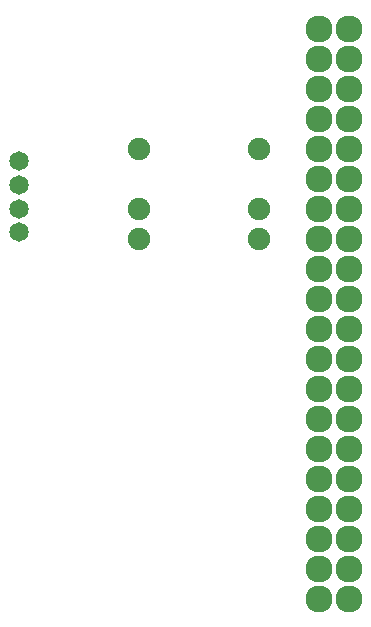
<source format=gbl>
G04 MADE WITH FRITZING*
G04 WWW.FRITZING.ORG*
G04 DOUBLE SIDED*
G04 HOLES PLATED*
G04 CONTOUR ON CENTER OF CONTOUR VECTOR*
%ASAXBY*%
%FSLAX23Y23*%
%MOIN*%
%OFA0B0*%
%SFA1.0B1.0*%
%ADD10C,0.075000*%
%ADD11C,0.065000*%
%ADD12C,0.090278*%
%LNCOPPER0*%
G90*
G70*
G54D10*
X3365Y2410D03*
X3765Y2410D03*
X3365Y2510D03*
X3765Y2510D03*
X3365Y2710D03*
X3765Y2710D03*
G54D11*
X2965Y2431D03*
X2965Y2510D03*
X2965Y2588D03*
X2965Y2667D03*
G54D12*
X3965Y3110D03*
X3965Y3010D03*
X3965Y2910D03*
X3965Y2810D03*
X3965Y2710D03*
X3965Y2610D03*
X3965Y2510D03*
X3965Y2410D03*
X3965Y2310D03*
X3965Y2210D03*
X3965Y2110D03*
X3965Y2010D03*
X3965Y1910D03*
X3965Y1810D03*
X3965Y1710D03*
X3965Y1610D03*
X3965Y1510D03*
X3965Y1410D03*
X3965Y1310D03*
X3965Y1210D03*
X4065Y1210D03*
X4065Y1310D03*
X4065Y1410D03*
X4065Y1510D03*
X4065Y1610D03*
X4065Y1710D03*
X4065Y1810D03*
X4065Y1910D03*
X4065Y2010D03*
X4065Y2110D03*
X4065Y2210D03*
X4065Y2310D03*
X4065Y2410D03*
X4065Y2510D03*
X4065Y2610D03*
X4065Y2710D03*
X4065Y2810D03*
X4065Y2910D03*
X4065Y3010D03*
X4065Y3110D03*
G04 End of Copper0*
M02*
</source>
